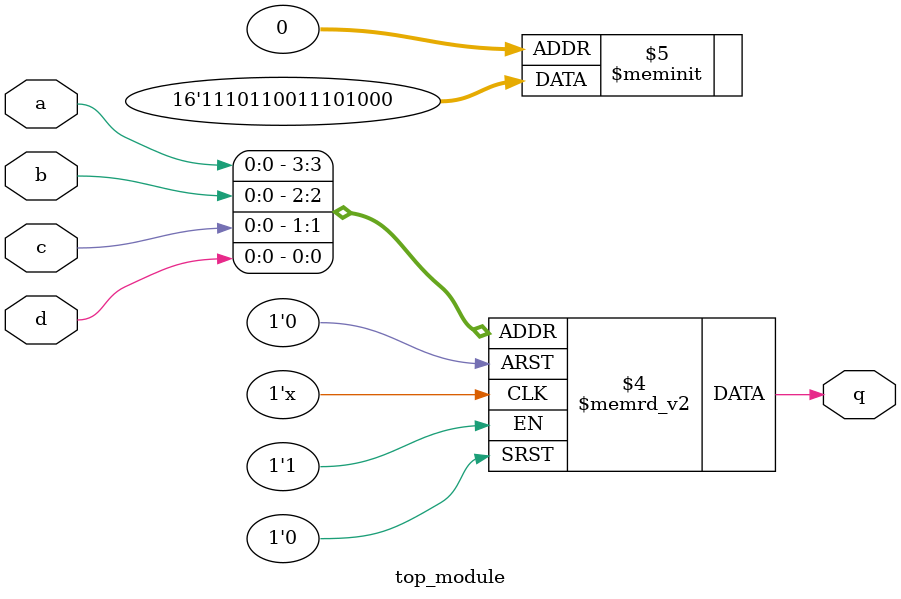
<source format=sv>
module top_module (
    input a, 
    input b, 
    input c, 
    input d,
    output reg q
);

always @(*) begin
    case ({a, b, c, d})
        4'b0000: q = 1'b0;
        4'b0001: q = 1'b0;
        4'b0010: q = 1'b0;
        4'b0011: q = 1'b1;
        4'b0100: q = 1'b0;
        4'b0101: q = 1'b1;
        4'b0110: q = 1'b1;
        4'b0111: q = 1'b1;
        4'b1000: q = 1'b0;
        4'b1001: q = 1'b0;
        4'b1010: q = 1'b1;
        4'b1011: q = 1'b1;
        4'b1100: q = 1'b0;
        4'b1101: q = 1'b1;
        4'b1110: q = 1'b1;
        4'b1111: q = 1'b1;
    endcase
end

endmodule

</source>
